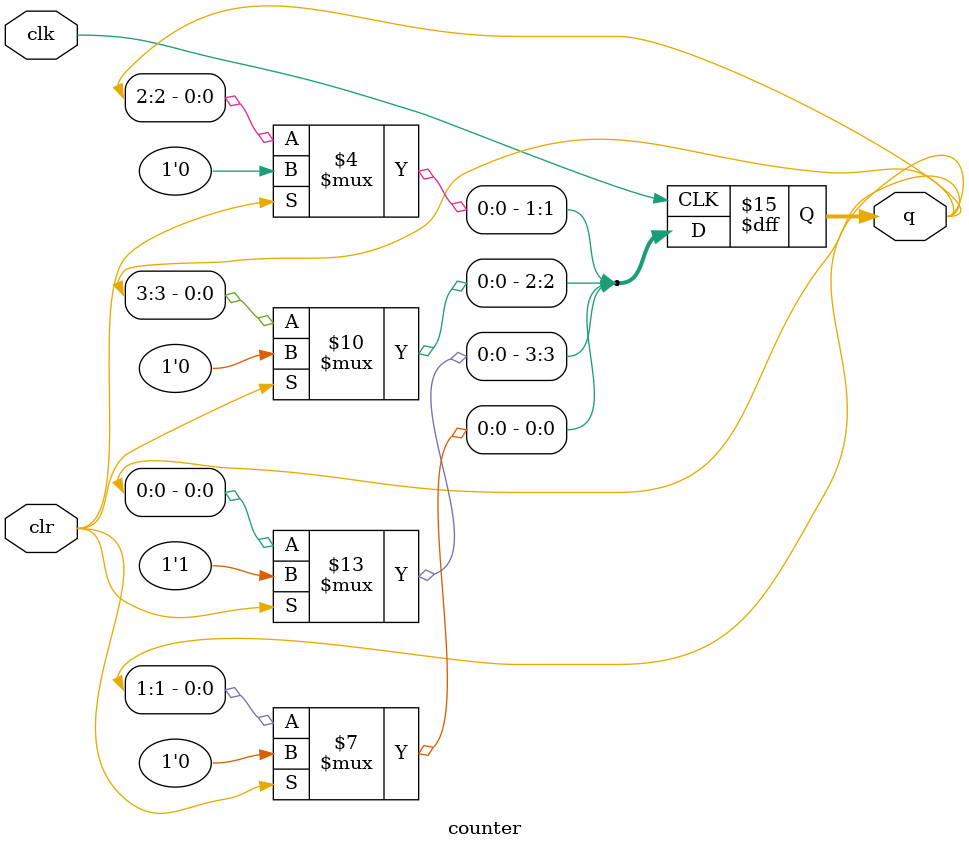
<source format=v>
module counter(q,clk,clr);
  input clk;
  input clr;
  output[3:0] q;
  reg[3:0] q;
  always @(posedge clk)
       if(clr==1)
            q<=4'b1000;
        else
            begin
                q[3]<=q[0];
                q[2]<=q[3];
                q[1]<=q[2];
                q[0]<=q[1];
            end
endmodule

</source>
